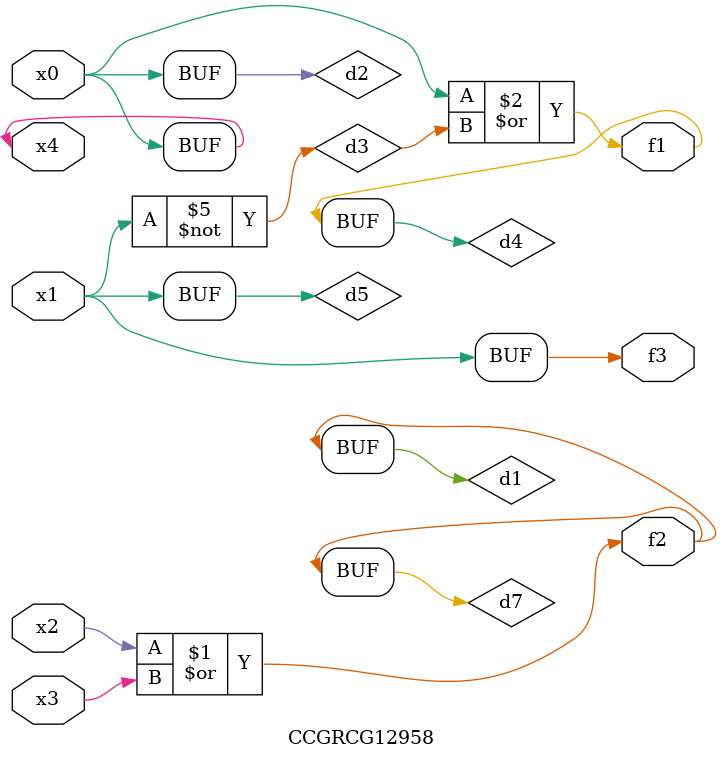
<source format=v>
module CCGRCG12958(
	input x0, x1, x2, x3, x4,
	output f1, f2, f3
);

	wire d1, d2, d3, d4, d5, d6, d7;

	or (d1, x2, x3);
	buf (d2, x0, x4);
	not (d3, x1);
	or (d4, d2, d3);
	not (d5, d3);
	nand (d6, d1, d3);
	or (d7, d1);
	assign f1 = d4;
	assign f2 = d7;
	assign f3 = d5;
endmodule

</source>
